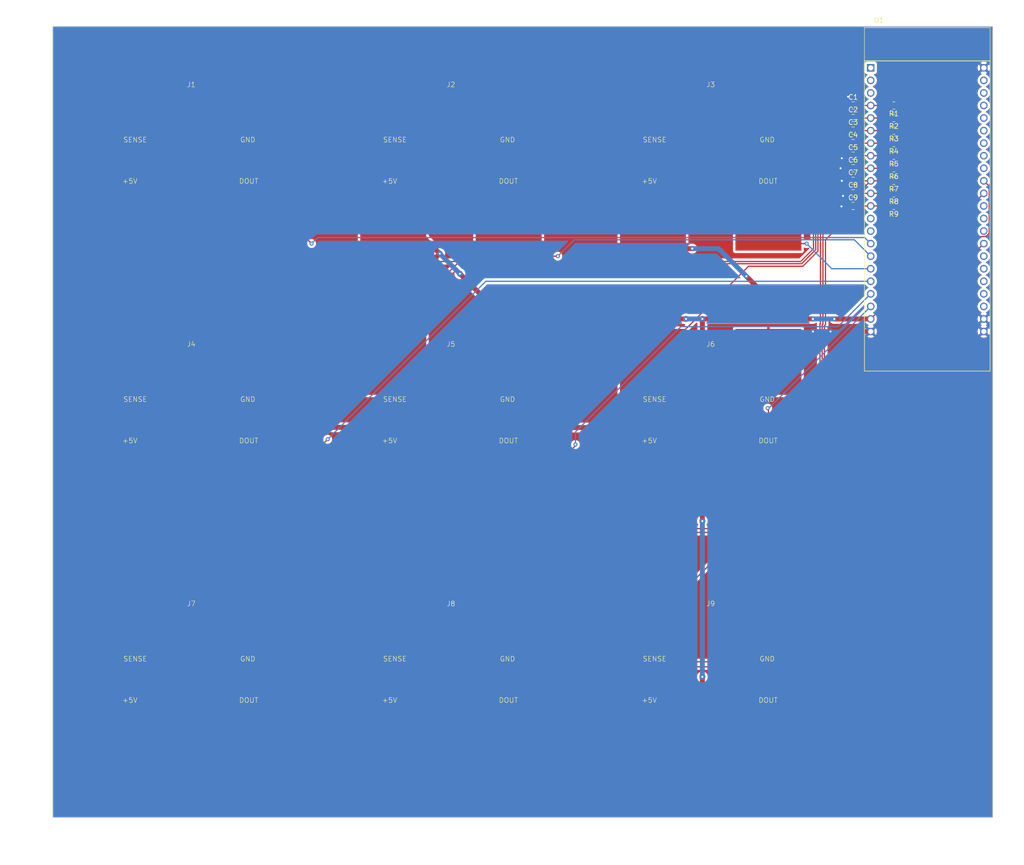
<source format=kicad_pcb>
(kicad_pcb (version 20221018) (generator pcbnew)
  (layers (0 "F.Cu" signal) (31 "B.Cu" signal) (34 "B.Paste" user) (35 "F.Paste" user) (36 "B.SilkS" user "B.Silkscreen") (37 "F.SilkS" user "F.Silkscreen") (38 "B.Mask" user) (39 "F.Mask" user) (44 "Edge.Cuts" user))
  (net 0 "")
  (net 1 "GND")
  (net 2 "SENSE1")
  (net 3 "DO1")
  (net 4 "+5V")
  (net 5 "SENSE2")
  (net 6 "DO2")
  (net 7 "SENSE3")
  (net 8 "DO3")
  (net 9 "SENSE4")
  (net 10 "DO4")
  (net 11 "SENSE5")
  (net 12 "DO5")
  (net 13 "SENSE6")
  (net 14 "DO6")
  (net 15 "SENSE7")
  (net 16 "DO7")
  (net 17 "SENSE8")
  (net 18 "DO8")
  (net 19 "SENSE9")
  (net 20 "DO9")
  (net 21 "+3V3")
  (footprint "Resistor_SMD:R_0805_2012Metric" (layer "F.Cu") (at 284.0755 67.798 180)
    (fp_text reference "R3" (at 0 -1.65) (layer "F.SilkS"))
    (fp_text value "10k")
    (fp_line (start -0.227064 -0.735) (end 0.227064 -0.735) (stroke (width 0.12)) (layer "F.SilkS"))
    (fp_line (start -0.227064 0.735) (end 0.227064 0.735) (stroke (width 0.12)) (layer "F.SilkS"))
    (pad "1" smd roundrect (at -0.9125 0 180) (size 1.025 1.4) (layers "F.Cu" "F.Paste" "F.Mask") (roundrect_rratio 0.243902) (net 4 "+5V"))
    (pad "2" smd roundrect (at 0.9125 0 180) (size 1.025 1.4) (layers "F.Cu" "F.Paste" "F.Mask") (roundrect_rratio 0.243902) (net 7 "SENSE3"))
  )
  (footprint "Resistor_SMD:R_0805_2012Metric" (layer "F.Cu") (at 284.0755 77.958 180)
    (fp_text reference "R7" (at 0 -1.65) (layer "F.SilkS"))
    (fp_text value "10k")
    (fp_line (start -0.227064 -0.735) (end 0.227064 -0.735) (stroke (width 0.12)) (layer "F.SilkS"))
    (fp_line (start -0.227064 0.735) (end 0.227064 0.735) (stroke (width 0.12)) (layer "F.SilkS"))
    (pad "1" smd roundrect (at -0.9125 0 180) (size 1.025 1.4) (layers "F.Cu" "F.Paste" "F.Mask") (roundrect_rratio 0.243902) (net 4 "+5V"))
    (pad "2" smd roundrect (at 0.9125 0 180) (size 1.025 1.4) (layers "F.Cu" "F.Paste" "F.Mask") (roundrect_rratio 0.243902) (net 15 "SENSE7"))
  )
  (footprint "Capacitor_SMD:C_0805_2012Metric" (layer "F.Cu") (at 275.844 70.336)
    (fp_text reference "C4" (at 0 -1.68) (layer "F.SilkS"))
    (fp_text value "3.3uF")
    (fp_line (start -0.261252 -0.735) (end 0.261252 -0.735) (stroke (width 0.12)) (layer "F.SilkS"))
    (fp_line (start -0.261252 0.735) (end 0.261252 0.735) (stroke (width 0.12)) (layer "F.SilkS"))
    (pad "1" smd roundrect (at -0.95 0) (size 1 1.45) (layers "F.Cu" "F.Paste" "F.Mask") (net 1 "GND"))
    (pad "2" smd roundrect (at 0.95 0) (size 1 1.45) (layers "F.Cu" "F.Paste" "F.Mask") (net 9 "SENSE4"))
  )
  (footprint "Quinn_lib:Top Block Connector" (layer "F.Cu") (at 142.046 73.736)
    (fp_text reference "J1" (at 0 -15.24 unlocked) (layer "F.SilkS") (effects (font (thickness 0.1))))
    (fp_text value "~")
    (fp_text user "DOUT" (at 9.620742 4.869823 unlocked) (layer "F.SilkS") (effects (font (thickness 0.1)) (justify left bottom)))
    (fp_text user "SENSE" (at -13.783392 -3.49636 unlocked) (layer "F.SilkS") (effects (font (thickness 0.1)) (justify left bottom)))
    (fp_text user "+5V" (at -13.995194 4.869823 unlocked) (layer "F.SilkS") (effects (font (thickness 0.1)) (justify left bottom)))
    (fp_text user "GND" (at 9.832544 -3.49636 unlocked) (layer "F.SilkS") (effects (font (thickness 0.1)) (justify left bottom)))
    (pad "1" smd rect (at 11.67 -11.67) (size 13.333 13.333) (layers "F.Cu" "F.Paste" "F.Mask") (net 1 "GND"))
    (pad "2" smd rect (at -11.67 -11.67) (size 13.333 13.333) (layers "F.Cu" "F.Paste" "F.Mask") (net 2 "SENSE1"))
    (pad "3" smd rect (at 11.67 11.67) (size 13.333 13.333) (layers "F.Cu" "F.Paste" "F.Mask") (net 3 "DO1"))
    (pad "4" smd rect (at -11.67 11.67) (size 13.333 13.333) (layers "F.Cu" "F.Paste" "F.Mask") (net 4 "+5V"))
  )
  (footprint "ESP32-S3-DEVKITC-1-N8R2:XCVR_ESP32-S3-DEVKITC-1-N8R2" (layer "F.Cu") (at 290.83 85.07)
    (fp_text reference "U1" (at -9.775 -39.605) (layer "F.SilkS"))
    (fp_text value "ESP32-S3-DEVKITC-1-N8R2")
    (fp_line (start -12.7 -31.37) (end 12.7 -31.37) (stroke (width 0.127)) (layer "F.SilkS"))
    (fp_line (start -12.7 31.37) (end -12.7 -31.37) (stroke (width 0.127)) (layer "F.SilkS"))
    (fp_line (start 12.7 -31.37) (end 12.7 31.37) (stroke (width 0.127)) (layer "F.SilkS"))
    (fp_line (start 12.7 31.37) (end -12.7 31.37) (stroke (width 0.127)) (layer "F.SilkS"))
    (fp_rect (start -12.7 -31.37) (end 12.7 -38.1) (stroke (width 0.1)) (fill none) (layer "F.SilkS"))
    (pad "J1_1" thru_hole rect (at -11.43 -29.97) (size 1.53 1.53) (drill 1.02) (layers "*.Cu" "*.Mask") (net 21 "+3V3"))
    (pad "J1_2" thru_hole circle (at -11.43 -27.43) (size 1.53 1.53) (drill 1.02) (layers "*.Cu" "*.Mask") (net 21 "+3V3"))
    (pad "J1_3" thru_hole circle (at -11.43 -24.89) (size 1.53 1.53) (drill 1.02) (layers "*.Cu" "*.Mask"))
    (pad "J1_4" thru_hole circle (at -11.43 -22.35) (size 1.53 1.53) (drill 1.02) (layers "*.Cu" "*.Mask") (net 2 "SENSE1"))
    (pad "J1_5" thru_hole circle (at -11.43 -19.81) (size 1.53 1.53) (drill 1.02) (layers "*.Cu" "*.Mask") (net 5 "SENSE2"))
    (pad "J1_6" thru_hole circle (at -11.43 -17.27) (size 1.53 1.53) (drill 1.02) (layers "*.Cu" "*.Mask") (net 7 "SENSE3"))
    (pad "J1_7" thru_hole circle (at -11.43 -14.73) (size 1.53 1.53) (drill 1.02) (layers "*.Cu" "*.Mask") (net 9 "SENSE4"))
    (pad "J1_8" thru_hole circle (at -11.43 -12.19) (size 1.53 1.53) (drill 1.02) (layers "*.Cu" "*.Mask") (net 11 "SENSE5"))
    (pad "J1_9" thru_hole circle (at -11.43 -9.65) (size 1.53 1.53) (drill 1.02) (layers "*.Cu" "*.Mask") (net 13 "SENSE6"))
    (pad "J1_10" thru_hole circle (at -11.43 -7.11) (size 1.53 1.53) (drill 1.02) (layers "*.Cu" "*.Mask") (net 15 "SENSE7"))
    (pad "J1_11" thru_hole circle (at -11.43 -4.57) (size 1.53 1.53) (drill 1.02) (layers "*.Cu" "*.Mask") (net 17 "SENSE8"))
    (pad "J1_12" thru_hole circle (at -11.43 -2.03) (size 1.53 1.53) (drill 1.02) (layers "*.Cu" "*.Mask") (net 19 "SENSE9"))
    (pad "J1_13" thru_hole circle (at -11.43 0.51) (size 1.53 1.53) (drill 1.02) (layers "*.Cu" "*.Mask"))
    (pad "J1_14" thru_hole circle (at -11.43 3.05) (size 1.53 1.53) (drill 1.02) (layers "*.Cu" "*.Mask"))
    (pad "J1_15" thru_hole circle (at -11.43 5.59) (size 1.53 1.53) (drill 1.02) (layers "*.Cu" "*.Mask") (net 3 "DO1"))
    (pad "J1_16" thru_hole circle (at -11.43 8.13) (size 1.53 1.53) (drill 1.02) (layers "*.Cu" "*.Mask") (net 6 "DO2"))
    (pad "J1_17" thru_hole circle (at -11.43 10.67) (size 1.53 1.53) (drill 1.02) (layers "*.Cu" "*.Mask") (net 8 "DO3"))
    (pad "J1_18" thru_hole circle (at -11.43 13.21) (size 1.53 1.53) (drill 1.02) (layers "*.Cu" "*.Mask") (net 10 "DO4"))
    (pad "J1_19" thru_hole circle (at -11.43 15.75) (size 1.53 1.53) (drill 1.02) (layers "*.Cu" "*.Mask") (net 12 "DO5"))
    (pad "J1_20" thru_hole circle (at -11.43 18.29) (size 1.53 1.53) (drill 1.02) (layers "*.Cu" "*.Mask") (net 14 "DO6"))
    (pad "J1_21" thru_hole circle (at -11.43 20.83) (size 1.53 1.53) (drill 1.02) (layers "*.Cu" "*.Mask") (net 4 "+5V"))
    (pad "J1_22" thru_hole circle (at -11.43 23.37) (size 1.53 1.53) (drill 1.02) (layers "*.Cu" "*.Mask") (net 1 "GND"))
    (pad "J3_1" thru_hole circle (at 11.43 -29.97) (size 1.53 1.53) (drill 1.02) (layers "*.Cu" "*.Mask") (net 1 "GND"))
    (pad "J3_2" thru_hole circle (at 11.43 -27.43) (size 1.53 1.53) (drill 1.02) (layers "*.Cu" "*.Mask"))
    (pad "J3_3" thru_hole circle (at 11.43 -24.89) (size 1.53 1.53) (drill 1.02) (layers "*.Cu" "*.Mask"))
    (pad "J3_4" thru_hole circle (at 11.43 -22.35) (size 1.53 1.53) (drill 1.02) (layers "*.Cu" "*.Mask"))
    (pad "J3_5" thru_hole circle (at 11.43 -19.81) (size 1.53 1.53) (drill 1.02) (layers "*.Cu" "*.Mask"))
    (pad "J3_6" thru_hole circle (at 11.43 -17.27) (size 1.53 1.53) (drill 1.02) (layers "*.Cu" "*.Mask"))
    (pad "J3_7" thru_hole circle (at 11.43 -14.73) (size 1.53 1.53) (drill 1.02) (layers "*.Cu" "*.Mask"))
    (pad "J3_8" thru_hole circle (at 11.43 -12.19) (size 1.53 1.53) (drill 1.02) (layers "*.Cu" "*.Mask"))
    (pad "J3_9" thru_hole circle (at 11.43 -9.65) (size 1.53 1.53) (drill 1.02) (layers "*.Cu" "*.Mask"))
    (pad "J3_10" thru_hole circle (at 11.43 -7.11) (size 1.53 1.53) (drill 1.02) (layers "*.Cu" "*.Mask") (net 18 "DO8"))
    (pad "J3_11" thru_hole circle (at 11.43 -4.57) (size 1.53 1.53) (drill 1.02) (layers "*.Cu" "*.Mask") (net 16 "DO7"))
    (pad "J3_12" thru_hole circle (at 11.43 -2.03) (size 1.53 1.53) (drill 1.02) (layers "*.Cu" "*.Mask"))
    (pad "J3_13" thru_hole circle (at 11.43 0.51) (size 1.53 1.53) (drill 1.02) (layers "*.Cu" "*.Mask"))
    (pad "J3_14" thru_hole circle (at 11.43 3.05) (size 1.53 1.53) (drill 1.02) (layers "*.Cu" "*.Mask"))
    (pad "J3_15" thru_hole circle (at 11.43 5.59) (size 1.53 1.53) (drill 1.02) (layers "*.Cu" "*.Mask") (net 20 "DO9"))
    (pad "J3_16" thru_hole circle (at 11.43 8.13) (size 1.53 1.53) (drill 1.02) (layers "*.Cu" "*.Mask"))
    (pad "J3_17" thru_hole circle (at 11.43 10.67) (size 1.53 1.53) (drill 1.02) (layers "*.Cu" "*.Mask"))
    (pad "J3_18" thru_hole circle (at 11.43 13.21) (size 1.53 1.53) (drill 1.02) (layers "*.Cu" "*.Mask"))
    (pad "J3_19" thru_hole circle (at 11.43 15.75) (size 1.53 1.53) (drill 1.02) (layers "*.Cu" "*.Mask"))
    (pad "J3_20" thru_hole circle (at 11.43 18.29) (size 1.53 1.53) (drill 1.02) (layers "*.Cu" "*.Mask"))
    (pad "J3_21" thru_hole circle (at 11.43 20.83) (size 1.53 1.53) (drill 1.02) (layers "*.Cu" "*.Mask") (net 1 "GND"))
    (pad "J3_22" thru_hole circle (at 11.43 23.37) (size 1.53 1.53) (drill 1.02) (layers "*.Cu" "*.Mask") (net 1 "GND"))
  )
  (footprint "Resistor_SMD:R_0805_2012Metric" (layer "F.Cu") (at 284.0755 65.258 180)
    (fp_text reference "R2" (at 0 -1.65) (layer "F.SilkS"))
    (fp_text value "10k")
    (fp_line (start -0.227064 -0.735) (end 0.227064 -0.735) (stroke (width 0.12)) (layer "F.SilkS"))
    (fp_line (start -0.227064 0.735) (end 0.227064 0.735) (stroke (width 0.12)) (layer "F.SilkS"))
    (pad "1" smd roundrect (at -0.9125 0 180) (size 1.025 1.4) (layers "F.Cu" "F.Paste" "F.Mask") (roundrect_rratio 0.243902) (net 4 "+5V"))
    (pad "2" smd roundrect (at 0.9125 0 180) (size 1.025 1.4) (layers "F.Cu" "F.Paste" "F.Mask") (roundrect_rratio 0.243902) (net 5 "SENSE2"))
  )
  (footprint "Quinn_lib:Top Block Connector" (layer "F.Cu") (at 247.046 73.736)
    (fp_text reference "J3" (at 0 -15.24 unlocked) (layer "F.SilkS") (effects (font (thickness 0.1))))
    (fp_text value "~")
    (fp_text user "+5V" (at -13.995194 4.869823 unlocked) (layer "F.SilkS") (effects (font (thickness 0.1)) (justify left bottom)))
    (fp_text user "SENSE" (at -13.783392 -3.49636 unlocked) (layer "F.SilkS") (effects (font (thickness 0.1)) (justify left bottom)))
    (fp_text user "GND" (at 9.832544 -3.49636 unlocked) (layer "F.SilkS") (effects (font (thickness 0.1)) (justify left bottom)))
    (fp_text user "DOUT" (at 9.620742 4.869823 unlocked) (layer "F.SilkS") (effects (font (thickness 0.1)) (justify left bottom)))
    (pad "1" smd rect (at 11.67 -11.67) (size 13.333 13.333) (layers "F.Cu" "F.Paste" "F.Mask") (net 1 "GND"))
    (pad "2" smd rect (at -11.67 -11.67) (size 13.333 13.333) (layers "F.Cu" "F.Paste" "F.Mask") (net 7 "SENSE3"))
    (pad "3" smd rect (at 11.67 11.67) (size 13.333 13.333) (layers "F.Cu" "F.Paste" "F.Mask") (net 8 "DO3"))
    (pad "4" smd rect (at -11.67 11.67) (size 13.333 13.333) (layers "F.Cu" "F.Paste" "F.Mask") (net 4 "+5V"))
  )
  (footprint "Resistor_SMD:R_0805_2012Metric" (layer "F.Cu") (at 284.0755 80.498 180)
    (fp_text reference "R8" (at 0 -1.65) (layer "F.SilkS"))
    (fp_text value "10k")
    (fp_line (start -0.227064 -0.735) (end 0.227064 -0.735) (stroke (width 0.12)) (layer "F.SilkS"))
    (fp_line (start -0.227064 0.735) (end 0.227064 0.735) (stroke (width 0.12)) (layer "F.SilkS"))
    (pad "1" smd roundrect (at -0.9125 0 180) (size 1.025 1.4) (layers "F.Cu" "F.Paste" "F.Mask") (roundrect_rratio 0.243902) (net 4 "+5V"))
    (pad "2" smd roundrect (at 0.9125 0 180) (size 1.025 1.4) (layers "F.Cu" "F.Paste" "F.Mask") (roundrect_rratio 0.243902) (net 17 "SENSE8"))
  )
  (footprint "Resistor_SMD:R_0805_2012Metric" (layer "F.Cu") (at 284.0755 70.338 180)
    (fp_text reference "R4" (at 0 -1.65) (layer "F.SilkS"))
    (fp_text value "10k")
    (fp_line (start -0.227064 -0.735) (end 0.227064 -0.735) (stroke (width 0.12)) (layer "F.SilkS"))
    (fp_line (start -0.227064 0.735) (end 0.227064 0.735) (stroke (width 0.12)) (layer "F.SilkS"))
    (pad "1" smd roundrect (at -0.9125 0 180) (size 1.025 1.4) (layers "F.Cu" "F.Paste" "F.Mask") (roundrect_rratio 0.243902) (net 4 "+5V"))
    (pad "2" smd roundrect (at 0.9125 0 180) (size 1.025 1.4) (layers "F.Cu" "F.Paste" "F.Mask") (roundrect_rratio 0.243902) (net 9 "SENSE4"))
  )
  (footprint "Capacitor_SMD:C_0805_2012Metric" (layer "F.Cu") (at 275.844 83.036)
    (fp_text reference "C9" (at 0 -1.68) (layer "F.SilkS"))
    (fp_text value "3.3uF")
    (fp_line (start -0.261252 -0.735) (end 0.261252 -0.735) (stroke (width 0.12)) (layer "F.SilkS"))
    (fp_line (start -0.261252 0.735) (end 0.261252 0.735) (stroke (width 0.12)) (layer "F.SilkS"))
    (pad "1" smd roundrect (at -0.95 0) (size 1 1.45) (layers "F.Cu" "F.Paste" "F.Mask") (net 1 "GND"))
    (pad "2" smd roundrect (at 0.95 0) (size 1 1.45) (layers "F.Cu" "F.Paste" "F.Mask") (net 19 "SENSE9"))
  )
  (footprint "Quinn_lib:Top Block Connector" (layer "F.Cu") (at 194.546 178.736)
    (fp_text reference "J8" (at 0 -15.24 unlocked) (layer "F.SilkS") (effects (font (thickness 0.1))))
    (fp_text value "~")
    (fp_text user "+5V" (at -13.995194 4.869823 unlocked) (layer "F.SilkS") (effects (font (thickness 0.1)) (justify left bottom)))
    (fp_text user "DOUT" (at 9.620742 4.869823 unlocked) (layer "F.SilkS") (effects (font (thickness 0.1)) (justify left bottom)))
    (fp_text user "GND" (at 9.832544 -3.49636 unlocked) (layer "F.SilkS") (effects (font (thickness 0.1)) (justify left bottom)))
    (fp_text user "SENSE" (at -13.783392 -3.49636 unlocked) (layer "F.SilkS") (effects (font (thickness 0.1)) (justify left bottom)))
    (pad "1" smd rect (at 11.67 -11.67) (size 13.333 13.333) (layers "F.Cu" "F.Paste" "F.Mask") (net 1 "GND"))
    (pad "2" smd rect (at -11.67 -11.67) (size 13.333 13.333) (layers "F.Cu" "F.Paste" "F.Mask") (net 17 "SENSE8"))
    (pad "3" smd rect (at 11.67 11.67) (size 13.333 13.333) (layers "F.Cu" "F.Paste" "F.Mask") (net 18 "DO8"))
    (pad "4" smd rect (at -11.67 11.67) (size 13.333 13.333) (layers "F.Cu" "F.Paste" "F.Mask") (net 4 "+5V"))
  )
  (footprint "Resistor_SMD:R_0805_2012Metric" (layer "F.Cu") (at 284.0755 72.878 180)
    (fp_text reference "R5" (at 0 -1.65) (layer "F.SilkS"))
    (fp_text value "10k")
    (fp_line (start -0.227064 -0.735) (end 0.227064 -0.735) (stroke (width 0.12)) (layer "F.SilkS"))
    (fp_line (start -0.227064 0.735) (end 0.227064 0.735) (stroke (width 0.12)) (layer "F.SilkS"))
    (pad "1" smd roundrect (at -0.9125 0 180) (size 1.025 1.4) (layers "F.Cu" "F.Paste" "F.Mask") (roundrect_rratio 0.243902) (net 4 "+5V"))
    (pad "2" smd roundrect (at 0.9125 0 180) (size 1.025 1.4) (layers "F.Cu" "F.Paste" "F.Mask") (roundrect_rratio 0.243902) (net 11 "SENSE5"))
  )
  (footprint "Quinn_lib:Top Block Connector" (layer "F.Cu") (at 247.046 178.736)
    (fp_text reference "J9" (at 0 -15.24 unlocked) (layer "F.SilkS") (effects (font (thickness 0.1))))
    (fp_text value "~")
    (fp_text user "+5V" (at -13.995194 4.869823 unlocked) (layer "F.SilkS") (effects (font (thickness 0.1)) (justify left bottom)))
    (fp_text user "GND" (at 9.832544 -3.49636 unlocked) (layer "F.SilkS") (effects (font (thickness 0.1)) (justify left bottom)))
    (fp_text user "DOUT" (at 9.620742 4.869823 unlocked) (layer "F.SilkS") (effects (font (thickness 0.1)) (justify left bottom)))
    (fp_text user "SENSE" (at -13.783392 -3.49636 unlocked) (layer "F.SilkS") (effects (font (thickness 0.1)) (justify left bottom)))
    (pad "1" smd rect (at 11.67 -11.67) (size 13.333 13.333) (layers "F.Cu" "F.Paste" "F.Mask") (net 1 "GND"))
    (pad "2" smd rect (at -11.67 -11.67) (size 13.333 13.333) (layers "F.Cu" "F.Paste" "F.Mask") (net 19 "SENSE9"))
    (pad "3" smd rect (at 11.67 11.67) (size 13.333 13.333) (layers "F.Cu" "F.Paste" "F.Mask") (net 20 "DO9"))
    (pad "4" smd rect (at -11.67 11.67) (size 13.333 13.333) (layers "F.Cu" "F.Paste" "F.Mask") (net 4 "+5V"))
  )
  (footprint "Capacitor_SMD:C_0805_2012Metric" (layer "F.Cu") (at 275.844 62.718)
    (fp_text reference "C1" (at 0 -1.68) (layer "F.SilkS"))
    (fp_text value "3.3uF")
    (fp_line (start -0.261252 -0.735) (end 0.261252 -0.735) (stroke (width 0.12)) (layer "F.SilkS"))
    (fp_line (start -0.261252 0.735) (end 0.261252 0.735) (stroke (width 0.12)) (layer "F.SilkS"))
    (pad "1" smd roundrect (at -0.95 0) (size 1 1.45) (layers "F.Cu" "F.Paste" "F.Mask") (net 1 "GND"))
    (pad "2" smd roundrect (at 0.95 0) (size 1 1.45) (layers "F.Cu" "F.Paste" "F.Mask") (net 2 "SENSE1"))
  )
  (footprint "Resistor_SMD:R_0805_2012Metric" (layer "F.Cu") (at 284.0755 62.718 180)
    (fp_text reference "R1" (at 0 -1.65) (layer "F.SilkS"))
    (fp_text value "10k")
    (fp_line (start -0.227064 -0.735) (end 0.227064 -0.735) (stroke (width 0.12)) (layer "F.SilkS"))
    (fp_line (start -0.227064 0.735) (end 0.227064 0.735) (stroke (width 0.12)) (layer "F.SilkS"))
    (pad "1" smd roundrect (at -0.9125 0 180) (size 1.025 1.4) (layers "F.Cu" "F.Paste" "F.Mask") (roundrect_rratio 0.243902) (net 4 "+5V"))
    (pad "2" smd roundrect (at 0.9125 0 180) (size 1.025 1.4) (layers "F.Cu" "F.Paste" "F.Mask") (roundrect_rratio 0.243902) (net 2 "SENSE1"))
  )
  (footprint "Capacitor_SMD:C_0805_2012Metric" (layer "F.Cu") (at 275.844 72.876)
    (fp_text reference "C5" (at 0 -1.68) (layer "F.SilkS"))
    (fp_text value "3.3uF")
    (fp_line (start -0.261252 -0.735) (end 0.261252 -0.735) (stroke (width 0.12)) (layer "F.SilkS"))
    (fp_line (start -0.261252 0.735) (end 0.261252 0.735) (stroke (width 0.12)) (layer "F.SilkS"))
    (pad "1" smd roundrect (at -0.95 0) (size 1 1.45) (layers "F.Cu" "F.Paste" "F.Mask") (net 1 "GND"))
    (pad "2" smd roundrect (at 0.95 0) (size 1 1.45) (layers "F.Cu" "F.Paste" "F.Mask") (net 11 "SENSE5"))
  )
  (footprint "Quinn_lib:Top Block Connector" (layer "F.Cu") (at 247.046 126.236)
    (fp_text reference "J6" (at 0 -15.24 unlocked) (layer "F.SilkS") (effects (font (thickness 0.1))))
    (fp_text value "~")
    (fp_text user "DOUT" (at 9.620742 4.869823 unlocked) (layer "F.SilkS") (effects (font (thickness 0.1)) (justify left bottom)))
    (fp_text user "GND" (at 9.832544 -3.49636 unlocked) (layer "F.SilkS") (effects (font (thickness 0.1)) (justify left bottom)))
    (fp_text user "+5V" (at -13.995194 4.869823 unlocked) (layer "F.SilkS") (effects (font (thickness 0.1)) (justify left bottom)))
    (fp_text user "SENSE" (at -13.783392 -3.49636 unlocked) (layer "F.SilkS") (effects (font (thickness 0.1)) (justify left bottom)))
    (pad "1" smd rect (at 11.67 -11.67) (size 13.333 13.333) (layers "F.Cu" "F.Paste" "F.Mask") (net 1 "GND"))
    (pad "2" smd rect (at -11.67 -11.67) (size 13.333 13.333) (layers "F.Cu" "F.Paste" "F.Mask") (net 13 "SENSE6"))
    (pad "3" smd rect (at 11.67 11.67) (size 13.333 13.333) (layers "F.Cu" "F.Paste" "F.Mask") (net 14 "DO6"))
    (pad "4" smd rect (at -11.67 11.67) (size 13.333 13.333) (layers "F.Cu" "F.Paste" "F.Mask") (net 4 "+5V"))
  )
  (footprint "Quinn_lib:Top Block Connector" (layer "F.Cu") (at 142.046 178.736)
    (fp_text reference "J7" (at 0 -15.24 unlocked) (layer "F.SilkS") (effects (font (thickness 0.1))))
    (fp_text value "~")
    (fp_text user "+5V" (at -13.995194 4.869823 unlocked) (layer "F.SilkS") (effects (font (thickness 0.1)) (justify left bottom)))
    (fp_text user "DOUT" (at 9.620742 4.869823 unlocked) (layer "F.SilkS") (effects (font (thickness 0.1)) (justify left bottom)))
    (fp_text user "SENSE" (at -13.783392 -3.49636 unlocked) (layer "F.SilkS") (effects (font (thickness 0.1)) (justify left bottom)))
    (fp_text user "GND" (at 9.832544 -3.49636 unlocked) (layer "F.SilkS") (effects (font (thickness 0.1)) (justify left bottom)))
    (pad "1" smd rect (at 11.67 -11.67) (size 13.333 13.333) (layers "F.Cu" "F.Paste" "F.Mask") (net 1 "GND"))
    (pad "2" smd rect (at -11.67 -11.67) (size 13.333 13.333) (layers "F.Cu" "F.Paste" "F.Mask") (net 15 "SENSE7"))
    (pad "3" smd rect (at 11.67 11.67) (size 13.333 13.333) (layers "F.Cu" "F.Paste" "F.Mask") (net 16 "DO7"))
    (pad "4" smd rect (at -11.67 11.67) (size 13.333 13.333) (layers "F.Cu" "F.Paste" "F.Mask") (net 4 "+5V"))
  )
  (footprint "Capacitor_SMD:C_0805_2012Metric" (layer "F.Cu") (at 275.844 77.956)
    (fp_text reference "C7" (at 0 -1.68) (layer "F.SilkS"))
    (fp_text value "3.3uF")
    (fp_line (start -0.261252 -0.735) (end 0.261252 -0.735) (stroke (width 0.12)) (layer "F.SilkS"))
    (fp_line (start -0.261252 0.735) (end 0.261252 0.735) (stroke (width 0.12)) (layer "F.SilkS"))
    (pad "1" smd roundrect (at -0.95 0) (size 1 1.45) (layers "F.Cu" "F.Paste" "F.Mask") (net 1 "GND"))
    (pad "2" smd roundrect (at 0.95 0) (size 1 1.45) (layers "F.Cu" "F.Paste" "F.Mask") (net 15 "SENSE7"))
  )
  (footprint "Quinn_lib:Top Block Connector" (layer "F.Cu") (at 142.046 126.236)
    (fp_text reference "J4" (at 0 -15.24 unlocked) (layer "F.SilkS") (effects (font (thickness 0.1))))
    (fp_text value "~")
    (fp_text user "+5V" (at -13.995194 4.869823 unlocked) (layer "F.SilkS") (effects (font (thickness 0.1)) (justify left bottom)))
    (fp_text user "DOUT" (at 9.620742 4.869823 unlocked) (layer "F.SilkS") (effects (font (thickness 0.1)) (justify left bottom)))
    (fp_text user "SENSE" (at -13.783392 -3.49636 unlocked) (layer "F.SilkS") (effects (font (thickness 0.1)) (justify left bottom)))
    (fp_text user "GND" (at 9.832544 -3.49636 unlocked) (layer "F.SilkS") (effects (font (thickness 0.1)) (justify left bottom)))
    (pad "1" smd rect (at 11.67 -11.67) (size 13.333 13.333) (layers "F.Cu" "F.Paste" "F.Mask") (net 1 "GND"))
    (pad "2" smd rect (at -11.67 -11.67) (size 13.333 13.333) (layers "F.Cu" "F.Paste" "F.Mask") (net 9 "SENSE4"))
    (pad "3" smd rect (at 11.67 11.67) (size 13.333 13.333) (layers "F.Cu" "F.Paste" "F.Mask") (net 10 "DO4"))
    (pad "4" smd rect (at -11.67 11.67) (size 13.333 13.333) (layers "F.Cu" "F.Paste" "F.Mask") (net 4 "+5V"))
  )
  (footprint "Resistor_SMD:R_0805_2012Metric" (layer "F.Cu") (at 284.0755 75.418 180)
    (fp_text reference "R6" (at 0 -1.65) (layer "F.SilkS"))
    (fp_text value "10k")
    (fp_line (start -0.227064 -0.735) (end 0.227064 -0.735) (stroke (width 0.12)) (layer "F.SilkS"))
    (fp_line (start -0.227064 0.735) (end 0.227064 0.735) (stroke (width 0.12)) (layer "F.SilkS"))
    (pad "1" smd roundrect (at -0.9125 0 180) (size 1.025 1.4) (layers "F.Cu" "F.Paste" "F.Mask") (roundrect_rratio 0.243902) (net 4 "+5V"))
    (pad "2" smd roundrect (at 0.9125 0 180) (size 1.025 1.4) (layers "F.Cu" "F.Paste" "F.Mask") (roundrect_rratio 0.243902) (net 13 "SENSE6"))
  )
  (footprint "Capacitor_SMD:C_0805_2012Metric" (layer "F.Cu") (at 275.844 75.416)
    (fp_text reference "C6" (at 0 -1.68) (layer "F.SilkS"))
    (fp_text value "3.3uF")
    (fp_line (start -0.261252 -0.735) (end 0.261252 -0.735) (stroke (width 0.12)) (layer "F.SilkS"))
    (fp_line (start -0.261252 0.735) (end 0.261252 0.735) (stroke (width 0.12)) (layer "F.SilkS"))
    (pad "1" smd roundrect (at -0.95 0) (size 1 1.45) (layers "F.Cu" "F.Paste" "F.Mask") (net 1 "GND"))
    (pad "2" smd roundrect (at 0.95 0) (size 1 1.45) (layers "F.Cu" "F.Paste" "F.Mask") (net 13 "SENSE6"))
  )
  (footprint "Capacitor_SMD:C_0805_2012Metric" (layer "F.Cu") (at 275.844 67.798)
    (fp_text reference "C3" (at 0 -1.68) (layer "F.SilkS"))
    (fp_text value "3.3uF")
    (fp_line (start -0.261252 -0.735) (end 0.261252 -0.735) (stroke (width 0.12)) (layer "F.SilkS"))
    (fp_line (start -0.261252 0.735) (end 0.261252 0.735) (stroke (width 0.12)) (layer "F.SilkS"))
    (pad "1" smd roundrect (at -0.95 0) (size 1 1.45) (layers "F.Cu" "F.Paste" "F.Mask") (net 1 "GND"))
    (pad "2" smd roundrect (at 0.95 0) (size 1 1.45) (layers "F.Cu" "F.Paste" "F.Mask") (net 7 "SENSE3"))
  )
  (footprint "Quinn_lib:Top Block Connector" (layer "F.Cu") (at 194.546 73.736)
    (fp_text reference "J2" (at 0 -15.24 unlocked) (layer "F.SilkS") (effects (font (thickness 0.1))))
    (fp_text value "~")
    (fp_text user "GND" (at 9.832544 -3.49636 unlocked) (layer "F.SilkS") (effects (font (thickness 0.1)) (justify left bottom)))
    (fp_text user "+5V" (at -13.995194 4.869823 unlocked) (layer "F.SilkS") (effects (font (thickness 0.1)) (justify left bottom)))
    (fp_text user "SENSE" (at -13.783392 -3.49636 unlocked) (layer "F.SilkS") (effects (font (thickness 0.1)) (justify left bottom)))
    (fp_text user "DOUT" (at 9.620742 4.869823 unlocked) (layer "F.SilkS") (effects (font (thickness 0.1)) (justify left bottom)))
    (pad "1" smd rect (at 11.67 -11.67) (size 13.333 13.333) (layers "F.Cu" "F.Paste" "F.Mask") (net 1 "GND"))
    (pad "2" smd rect (at -11.67 -11.67) (size 13.333 13.333) (layers "F.Cu" "F.Paste" "F.Mask") (net 5 "SENSE2"))
    (pad "3" smd rect (at 11.67 11.67) (size 13.333 13.333) (layers "F.Cu" "F.Paste" "F.Mask") (net 6 "DO2"))
    (pad "4" smd rect (at -11.67 11.67) (size 13.333 13.333) (layers "F.Cu" "F.Paste" "F.Mask") (net 4 "+5V"))
  )
  (footprint "Resistor_SMD:R_0805_2012Metric" (layer "F.Cu") (at 284.0755 83.038 180)
    (fp_text reference "R9" (at 0 -1.65) (layer "F.SilkS"))
    (fp_text value "10k")
    (fp_line (start -0.227064 -0.735) (end 0.227064 -0.735) (stroke (width 0.12)) (layer "F.SilkS"))
    (fp_line (start -0.227064 0.735) (end 0.227064 0.735) (stroke (width 0.12)) (layer "F.SilkS"))
    (pad "1" smd roundrect (at -0.9125 0 180) (size 1.025 1.4) (layers "F.Cu" "F.Paste" "F.Mask") (roundrect_rratio 0.243902) (net 4 "+5V"))
    (pad "2" smd roundrect (at 0.9125 0 180) (size 1.025 1.4) (layers "F.Cu" "F.Paste" "F.Mask") (roundrect_rratio 0.243902) (net 19 "SENSE9"))
  )
  (footprint "Capacitor_SMD:C_0805_2012Metric" (layer "F.Cu") (at 275.844 80.496)
    (fp_text reference "C8" (at 0 -1.68) (layer "F.SilkS"))
    (fp_text value "3.3uF")
    (fp_line (start -0.261252 -0.735) (end 0.261252 -0.735) (stroke (width 0.12)) (layer "F.SilkS"))
    (fp_line (start -0.261252 0.735) (end 0.261252 0.735) (stroke (width 0.12)) (layer "F.SilkS"))
    (pad "1" smd roundrect (at -0.95 0) (size 1 1.45) (layers "F.Cu" "F.Paste" "F.Mask") (net 1 "GND"))
    (pad "2" smd roundrect (at 0.95 0) (size 1 1.45) (layers "F.Cu" "F.Paste" "F.Mask") (net 17 "SENSE8"))
  )
  (footprint "Capacitor_SMD:C_0805_2012Metric" (layer "F.Cu") (at 275.844 65.256)
    (fp_text reference "C2" (at 0 -1.68) (layer "F.SilkS"))
    (fp_text value "3.3uF")
    (fp_line (start -0.261252 -0.735) (end 0.261252 -0.735) (stroke (width 0.12)) (layer "F.SilkS"))
    (fp_line (start -0.261252 0.735) (end 0.261252 0.735) (stroke (width 0.12)) (layer "F.SilkS"))
    (pad "1" smd roundrect (at -0.95 0) (size 1 1.45) (layers "F.Cu" "F.Paste" "F.Mask") (net 1 "GND"))
    (pad "2" smd roundrect (at 0.95 0) (size 1 1.45) (layers "F.Cu" "F.Paste" "F.Mask") (net 5 "SENSE2"))
  )
  (footprint "Quinn_lib:Top Block Connector" (layer "F.Cu") (at 194.546 126.236)
    (fp_text reference "J5" (at 0 -15.24 unlocked) (layer "F.SilkS") (effects (font (thickness 0.1))))
    (fp_text value "~")
    (fp_text user "+5V" (at -13.995194 4.869823 unlocked) (layer "F.SilkS") (effects (font (thickness 0.1)) (justify left bottom)))
    (fp_text user "GND" (at 9.832544 -3.49636 unlocked) (layer "F.SilkS") (effects (font (thickness 0.1)) (justify left bottom)))
    (fp_text user "SENSE" (at -13.783392 -3.49636 unlocked) (layer "F.SilkS") (effects (font (thickness 0.1)) (justify left bottom)))
    (fp_text user "DOUT" (at 9.620742 4.869823 unlocked) (layer "F.SilkS") (effects (font (thickness 0.1)) (justify left bottom)))
    (pad "1" smd rect (at 11.67 -11.67) (size 13.333 13.333) (layers "F.Cu" "F.Paste" "F.Mask") (net 1 "GND"))
    (pad "2" smd rect (at -11.67 -11.67) (size 13.333 13.333) (layers "F.Cu" "F.Paste" "F.Mask") (net 11 "SENSE5"))
    (pad "3" smd rect (at 11.67 11.67) (size 13.333 13.333) (layers "F.Cu" "F.Paste" "F.Mask") (net 12 "DO5"))
    (pad "4" smd rect (at -11.67 11.67) (size 13.333 13.333) (layers "F.Cu" "F.Paste" "F.Mask") (net 4 "+5V"))
  )
  (gr_rect (start 114.046 46.736) (end 304.046 206.736) (stroke (width 0.1)) (fill none) (layer "Edge.Cuts"))
  (segment (start 274.322 80.496) (end 273.812 81.006) (width 1) (layer "F.Cu") (net 1))
  (segment (start 274.894 80.496) (end 274.322 80.496) (width 1) (layer "F.Cu") (net 1))
  (segment (start 271.274002 108.44) (end 271.272 108.437998) (width 1) (layer "F.Cu") (net 1))
  (segment (start 274.894 62.718) (end 274.894 65.256) (width 1) (layer "F.Cu") (net 1))
  (segment (start 273.558 73.386) (end 274.384 73.386) (width 1) (layer "F.Cu") (net 1))
  (segment (start 279.4 108.44) (end 271.274002 108.44) (width 1) (layer "F.Cu") (net 1))
  (segment (start 274.384 73.386) (end 274.894 72.876) (width 1) (layer "F.Cu") (net 1))
  (via (at 273.558 73.386) (size 0.8) (drill 0.4) (layers "F.Cu" "B.Cu") (net 1))
  (via (at 273.488651 83.132625) (size 0.8) (drill 0.4) (layers "F.Cu" "B.Cu") (net 1))
  (via (at 274.828 60.94) (size 0.8) (drill 0.4) (layers "F.Cu" "B.Cu") (net 1))
  (via (at 273.304 75.418) (size 0.8) (drill 0.4) (layers "F.Cu" "B.Cu") (net 1))
  (via (at 273.812 81.006) (size 0.8) (drill 0.4) (layers "F.Cu" "B.Cu") (net 1))
  (via (at 273.558 77.958) (size 0.8) (drill 0.4) (layers "F.Cu" "B.Cu") (net 1))
  (via (at 267.716 108.438) (size 1.2) (drill 0.4) (layers "F.Cu" "B.Cu") (net 1))
  (via (at 271.272 108.437998) (size 1.2) (drill 0.4) (layers "F.Cu" "B.Cu") (net 1))
  (segment (start 267.716002 108.437998) (end 267.716 108.438) (width 1) (layer "B.Cu") (net 1))
  (segment (start 271.272 108.437998) (end 267.716002 108.437998) (width 1) (layer "B.Cu") (net 1))
  (segment (start 283.161 62.72) (end 283.163 62.718) (width 0.25) (layer "F.Cu") (net 2))
  (segment (start 279.4 62.72) (end 283.161 62.72) (width 0.25) (layer "F.Cu") (net 2))
  (segment (start 139.733 62.066) (end 130.376 62.066) (width 0.25) (layer "F.Cu") (net 2))
  (segment (start 276.86 62.466) (end 276.86 60.18) (width 0.25) (layer "F.Cu") (net 2))
  (segment (start 268.73 52.05) (end 149.749 52.05) (width 0.25) (layer "F.Cu") (net 2))
  (segment (start 277.114 62.72) (end 276.86 62.466) (width 0.25) (layer "F.Cu") (net 2))
  (segment (start 149.749 52.05) (end 139.733 62.066) (width 0.25) (layer "F.Cu") (net 2))
  (segment (start 276.86 60.18) (end 268.73 52.05) (width 0.25) (layer "F.Cu") (net 2))
  (segment (start 279.4 62.72) (end 277.114 62.72) (width 0.25) (layer "F.Cu") (net 2))
  (segment (start 161.118 85.406) (end 153.716 85.406) (width 0.25) (layer "F.Cu") (net 3))
  (segment (start 166.37 90.658) (end 161.118 85.406) (width 0.25) (layer "F.Cu") (net 3))
  (via (at 166.37 90.658) (size 0.8) (drill 0.4) (layers "F.Cu" "B.Cu") (net 3))
  (segment (start 167.595 89.433) (end 166.37 90.658) (width 0.25) (layer "B.Cu") (net 3))
  (segment (start 279.4 90.66) (end 278.173 89.433) (width 0.25) (layer "B.Cu") (net 3))
  (segment (start 278.173 89.433) (end 167.595 89.433) (width 0.25) (layer "B.Cu") (net 3))
  (segment (start 245.364 127.918) (end 245.364 105.898) (width 1) (layer "F.Cu") (net 4))
  (segment (start 245.364015 178.288015) (end 245.364015 180.417985) (width 1) (layer "F.Cu") (net 4))
  (segment (start 245.364015 180.417985) (end 245.159 180.623) (width 1) (layer "F.Cu") (net 4))
  (segment (start 267.716 105.898) (end 262.89 105.898) (width 1) (layer "F.Cu") (net 4))
  (segment (start 235.376 190.406) (end 245.158999 180.623001) (width 1) (layer "F.Cu") (net 4))
  (segment (start 284.988 77.958) (end 284.988 75.418) (width 0.25) (layer "F.Cu") (net 4))
  (segment (start 192.278 92.69) (end 184.994 85.406) (width 1) (layer "F.Cu") (net 4))
  (segment (start 279.4 105.9) (end 272.036 105.9) (width 1) (layer "F.Cu") (net 4))
  (segment (start 138.578 198.608) (end 130.376 190.406) (width 1) (layer "F.Cu") (net 4))
  (segment (start 192.607347 127.817347) (end 140.464653 127.817347) (width 1) (layer "F.Cu") (net 4))
  (segment (start 245.364 127.918) (end 245.364 146.792) (width 1) (layer "F.Cu") (net 4))
  (segment (start 205.486 105.898) (end 196.342 96.754) (width 1) (layer "F.Cu") (net 4))
  (segment (start 192.786 127.996) (end 182.876 137.906) (width 1) (layer "F.Cu") (net 4))
  (segment (start 262.89 105.898) (end 254.254 97.262) (width 1) (layer "F.Cu") (net 4))
  (segment (start 192.786 127.996) (end 192.607347 127.817347) (width 1) (layer "F.Cu") (net 4))
  (segment (start 138.422 93.452) (end 130.376 85.406) (width 1) (layer "F.Cu") (net 4))
  (segment (start 227.428 198.354) (end 245.158999 180.623001) (width 1) (layer "F.Cu") (net 4))
  (segment (start 241.644 91.674) (end 235.376 85.406) (width 0.25) (layer "F.Cu") (net 4))
  (segment (start 262.89 105.898) (end 245.364 105.898) (width 1) (layer "F.Cu") (net 4))
  (segment (start 284.988 67.798) (end 284.988 70.338) (width 0.25) (layer "F.Cu") (net 4))
  (segment (start 245.152 127.862) (end 192.92 127.862) (width 1) (layer "F.Cu") (net 4))
  (segment (start 284.988 65.258) (end 284.988 67.798) (width 0.25) (layer "F.Cu") (net 4))
  (segment (start 284.988 72.878) (end 284.988 70.338) (width 0.25) (layer "F.Cu") (net 4))
  (segment (start 284.988 62.718) (end 284.988 65.258) (width 0.25) (layer "F.Cu") (net 4))
  (segment (start 235.376 137.906) (end 245.325 127.957) (width 1) (layer "F.Cu") (net 4))
  (segment (start 243.332 91.674) (end 241.644 91.674) (width 1) (layer "F.Cu") (net 4))
  (segment (start 245.325 127.957) (end 245.364 127.918) (width 0.25) (layer "F.Cu") (net 4))
  (segment (start 191.516 93.452) (end 138.422 93.452) (width 1) (layer "F.Cu") (net 4))
  (segment (start 284.988 80.498) (end 284.988 77.958) (width 0.25) (layer "F.Cu") (net 4))
  (segment (start 190.824 198.354) (end 227.428 198.354) (width 1) (layer "F.Cu") (net 4))
  (segment (start 245.159 180.623) (end 245.158999 180.623001) (width 0.25) (layer "F.Cu") (net 4))
  (segment (start 192.278 92.69) (end 191.516 93.452) (width 1) (layer "F.Cu") (net 4))
  (segment (start 245.325 127.957) (end 245.286 127.996) (width 0.25) (layer "F.Cu") (net 4))
  (segment (start 284.988 83.038) (end 284.988 80.498) (width 0.25) (layer "F.Cu") (net 4))
  (segment (start 245.286 127.996) (end 245.152 127.862) (width 1) (layer "F.Cu") (net 4))
  (segment (start 242.062 105.898) (end 205.486 105.898) (width 1) (layer "F.Cu") (net 4))
  (segment (start 174.674 198.608) (end 138.578 198.608) (width 1) (layer "F.Cu") (net 4))
  (segment (start 184.994 85.406) (end 182.876 85.406) (width 0.25) (layer "F.Cu") (net 4))
  (segment (start 284.988 100.312) (end 279.4 105.9) (width 0.25) (layer "F.Cu") (net 4))
  (segment (start 192.92 127.862) (end 192.786 127.996) (width 1) (layer "F.Cu") (net 4))
  (segment (start 272.036 105.9) (end 272.034 105.898) (width 0.25) (layer "F.Cu") (net 4))
  (segment (start 284.988 75.418) (end 284.988 72.878) (width 0.25) (layer "F.Cu") (net 4))
  (segment (start 284.988 83.038) (end 284.988 100.312) (width 0.25) (layer "F.Cu") (net 4))
  (segment (start 182.876 190.406) (end 174.674 198.608) (width 1) (layer "F.Cu") (net 4))
  (segment (start 182.876 190.406) (end 190.824 198.354) (width 1) (layer "F.Cu") (net 4))
  (segment (start 140.464653 127.817347) (end 130.376 137.906) (width 1) (layer "F.Cu") (net 4))
  (via (at 267.716 105.898) (size 0.8) (drill 0.4) (layers "F.Cu" "B.Cu") (net 4))
  (via (at 245.364 146.792) (size 1.2) (drill 0.4) (layers "F.Cu" "B.Cu") (net 4))
  (via (at 242.062 105.898) (size 1.2) (drill 0.4) (layers "F.Cu" "B.Cu") (net 4))
  (via (at 245.364015 178.288015) (size 1.2) (drill 0.4) (layers "F.Cu" "B.Cu") (net 4))
  (via (at 272.034 105.898) (size 0.8) (drill 0.4) (layers "F.Cu" "B.Cu") (net 4))
  (via (at 243.332 91.674) (size 0.8) (drill 0.4) (layers "F.Cu" "B.Cu") (net 4))
  (via (at 254.254 97.262) (size 0.8) (drill 0.4) (layers "F.Cu" "B.Cu") (net 4))
  (via (at 192.278 92.69) (size 1.2) (drill 0.4) (layers "F.Cu" "B.Cu") (net 4))
  (via (at 196.342 96.754) (size 1.2) (drill 0.4) (layers "F.Cu" "B.Cu") (net 4))
  (via (at 245.364 105.898) (size 1.2) (drill 0.4) (layers "F.Cu" "B.Cu") (net 4))
  (segment (start 196.342 96.754) (end 192.278 92.69) (width 1) (layer "B.Cu") (net 4))
  (segment (start 245.364 146.792) (end 245.364 178.288) (width 1) (layer "B.Cu") (net 4))
  (segment (start 245.364 105.898) (end 242.062 105.898) (width 1) (layer "B.Cu") (net 4))
  (segment (start 248.666 91.674) (end 243.332 91.674) (width 1) (layer "B.Cu") (net 4))
  (segment (start 245.364 178.288) (end 245.364015 178.288015) (width 0.25) (layer "B.Cu") (net 4))
  (segment (start 254.254 97.262) (end 248.666 91.674) (width 1) (layer "B.Cu") (net 4))
  (segment (start 272.034 105.898) (end 267.716 105.898) (width 1) (layer "B.Cu") (net 4))
  (segment (start 268.478 52.812) (end 275.969 60.303) (width 0.25) (layer "F.Cu") (net 5))
  (segment (start 192.13 52.812) (end 268.478 52.812) (width 0.25) (layer "F.Cu") (net 5))
  (segment (start 182.876 62.066) (end 192.13 52.812) (width 0.25) (layer "F.Cu") (net 5))
  (segment (start 277.116 65.26) (end 279.4 65.26) (width 0.25) (layer "F.Cu") (net 5))
  (segment (start 283.161 65.26) (end 283.163 65.258) (width 0.25) (layer "F.Cu") (net 5))
  (segment (start 279.4 65.26) (end 283.161 65.26) (width 0.25) (layer "F.Cu") (net 5))
  (segment (start 275.969 60.303) (end 275.969 64.113) (width 0.25) (layer "F.Cu") (net 5))
  (segment (start 275.969 64.113) (end 277.116 65.26) (width 0.25) (layer "F.Cu") (net 5))
  (segment (start 214.008 93.198) (end 206.216 85.406) (width 0.25) (layer "F.Cu") (net 6))
  (segment (start 216.154 93.198) (end 214.008 93.198) (width 0.25) (layer "F.Cu") (net 6))
  (via (at 216.154 93.198) (size 0.8) (drill 0.4) (layers "F.Cu" "B.Cu") (net 6))
  (segment (start 219.469 89.883) (end 216.154 93.198) (width 0.25) (layer "B.Cu") (net 6))
  (segment (start 279.4 93.2) (end 276.083 89.883) (width 0.25) (layer "B.Cu") (net 6))
  (segment (start 276.083 89.883) (end 219.469 89.883) (width 0.25) (layer "B.Cu") (net 6))
  (segment (start 283.161 67.8) (end 283.163 67.798) (width 0.25) (layer "F.Cu") (net 7))
  (segment (start 273.558 65.766) (end 274.098 66.306) (width 0.25) (layer "F.Cu") (net 7))
  (segment (start 274.098 66.306) (end 275.367 66.306) (width 0.25) (layer "F.Cu") (net 7))
  (segment (start 276.861 67.8) (end 279.4 67.8) (width 0.25) (layer "F.Cu") (net 7))
  (segment (start 273.558 58.908) (end 273.558 65.766) (width 0.25) (layer "F.Cu") (net 7))
  (segment (start 275.367 66.306) (end 276.861 67.8) (width 0.25) (layer "F.Cu") (net 7))
  (segment (start 279.4 67.8) (end 283.161 67.8) (width 0.25) (layer "F.Cu") (net 7))
  (segment (start 244.733 62.066) (end 253.225 53.574) (width 0.25) (layer "F.Cu") (net 7))
  (segment (start 235.376 62.066) (end 244.733 62.066) (width 0.25) (layer "F.Cu") (net 7))
  (segment (start 253.225 53.574) (end 268.224 53.574) (width 0.25) (layer "F.Cu") (net 7))
  (segment (start 268.224 53.574) (end 273.558 58.908) (width 0.25) (layer "F.Cu") (net 7))
  (segment (start 266.446 90.658) (end 263.968 90.658) (width 0.25) (layer "F.Cu") (net 8))
  (segment (start 263.968 90.658) (end 258.716 85.406) (width 0.25) (layer "F.Cu") (net 8))
  (via (at 266.446 90.658) (size 0.8) (drill 0.4) (layers "F.Cu" "B.Cu") (net 8))
  (segment (start 271.528 95.74) (end 266.446 90.658) (width 0.25) (layer "B.Cu") (net 8))
  (segment (start 279.4 95.74) (end 271.528 95.74) (width 0.25) (layer "B.Cu") (net 8))
  (segment (start 265.238604 94.277) (end 150.665 94.277) (width 0.25) (layer "F.Cu") (net 9))
  (segment (start 275.84 71.608) (end 274.13 71.608) (width 0.25) (layer "F.Cu") (net 9))
  (segment (start 283.161 70.34) (end 283.163 70.338) (width 0.25) (layer "F.Cu") (net 9))
  (segment (start 279.4 70.34) (end 277.116 70.34) (width 0.25) (layer "F.Cu") (net 9))
  (segment (start 150.665 94.277) (end 130.376 114.566) (width 0.25) (layer "F.Cu") (net 9))
  (segment (start 267.832 91.683604) (end 265.238604 94.277) (width 0.25) (layer "F.Cu") (net 9))
  (segment (start 279.4 70.34) (end 283.161 70.34) (width 0.25) (layer "F.Cu") (net 9))
  (segment (start 267.832 77.906) (end 267.832 91.683604) (width 0.25) (layer "F.Cu") (net 9))
  (segment (start 277.116 70.34) (end 277.112 70.336) (width 0.25) (layer "F.Cu") (net 9))
  (segment (start 274.13 71.608) (end 267.832 77.906) (width 0.25) (layer "F.Cu") (net 9))
  (segment (start 277.112 70.336) (end 275.84 71.608) (width 0.25) (layer "F.Cu") (net 9))
  (segment (start 153.716 137.906) (end 161.958692 137.906) (width 0.25) (layer "F.Cu") (net 10))
  (segment (start 161.958692 137.906) (end 169.627346 130.237346) (width 0.25) (layer "F.Cu") (net 10))
  (via (at 169.627346 130.237346) (size 0.8) (drill 0.4) (layers "F.Cu" "B.Cu") (net 10))
  (segment (start 279.4 98.28) (end 201.584692 98.28) (width 0.25) (layer "B.Cu") (net 10))
  (segment (start 201.584692 98.28) (end 169.627346 130.237346) (width 0.25) (layer "B.Cu") (net 10))
  (segment (start 268.282 79.041604) (end 268.282 91.87) (width 0.25) (layer "F.Cu") (net 11))
  (segment (start 277.112 72.876) (end 275.84 74.148) (width 0.25) (layer "F.Cu") (net 11))
  (segment (start 277.116 72.88) (end 277.112 72.876) (width 0.25) (layer "F.Cu") (net 11))
  (segment (start 275.84 74.148) (end 273.175604 74.148) (width 0.25) (layer "F.Cu") (net 11))
  (segment (start 279.4 72.88) (end 277.116 72.88) (width 0.25) (layer "F.Cu") (net 11))
  (segment (start 195.7985 94.727) (end 182.876 107.6495) (width 0.25) (layer "F.Cu") (net 11))
  (segment (start 268.282 91.87) (end 265.425 94.727) (width 0.25) (layer "F.Cu") (net 11))
  (segment (start 182.876 107.6495) (end 182.876 114.566) (width 0.25) (layer "F.Cu") (net 11))
  (segment (start 265.425 94.727) (end 195.7985 94.727) (width 0.25) (layer "F.Cu") (net 11))
  (segment (start 279.4 72.88) (end 283.161 72.88) (width 0.25) (layer "F.Cu") (net 11))
  (segment (start 273.175604 74.148) (end 268.282 79.041604) (width 0.25) (layer "F.Cu") (net 11))
  (segment (start 283.161 72.88) (end 283.163 72.878) (width 0.25) (layer "F.Cu") (net 11))
  (segment (start 219.71 131.552) (end 219.71 131.298) (width 0.25) (layer "F.Cu") (net 12))
  (segment (start 206.216 137.906) (end 213.356 137.906) (width 0.25) (layer "F.Cu") (net 12))
  (segment (start 213.356 137.906) (end 219.71 131.552) (width 0.25) (layer "F.Cu") (net 12))
  (via (at 219.71 131.298) (size 0.8) (drill 0.4) (layers "F.Cu" "B.Cu") (net 12))
  (segment (start 272.755 107.465) (end 241.003 107.465) (width 0.25) (layer "B.Cu") (net 12))
  (segment (start 279.4 100.82) (end 272.755 107.465) (width 0.25) (layer "B.Cu") (net 12))
  (segment (start 241.003 107.465) (end 219.71 128.758) (width 0.25) (layer "B.Cu") (net 12))
  (segment (start 219.71 128.758) (end 219.71 131.298) (width 0.25) (layer "B.Cu") (net 12))
  (segment (start 279.4 75.42) (end 283.161 75.42) (width 0.25) (layer "F.Cu") (net 13))
  (segment (start 271.272 76.688) (end 268.732 79.228) (width 0.25) (layer "F.Cu") (net 13))
  (segment (start 268.732 79.228) (end 268.732 92.182) (width 0.25) (layer "F.Cu") (net 13))
  (segment (start 275.84 76.688) (end 271.272 76.688) (width 0.25) (layer "F.Cu") (net 13))
  (segment (start 283.161 75.42) (end 283.163 75.418) (width 0.25) (layer "F.Cu") (net 13))
  (segment (start 279.4 75.42) (end 277.116 75.42) (width 0.25) (layer "F.Cu") (net 13))
  (segment (start 277.116 75.42) (end 277.112 75.416) (width 0.25) (layer "F.Cu") (net 13))
  (segment (start 268.732 92.182) (end 265.684 95.23) (width 0.25) (layer "F.Cu") (net 13))
  (segment (start 277.112 75.416) (end 275.84 76.688) (width 0.25) (layer "F.Cu") (net 13))
  (segment (start 254.712 95.23) (end 235.376 114.566) (width 0.25) (layer "F.Cu") (net 13))
  (segment (start 265.684 95.23) (end 254.712 95.23) (width 0.25) (layer "F.Cu") (net 13))
  (segment (start 258.572 123.932) (end 258.716 124.076) (width 0.25) (layer "F.Cu") (net 14))
  (segment (start 258.716 124.076) (end 258.716 137.906) (width 0.25) (layer "F.Cu") (net 14))
  (via (at 258.572 123.932) (size 0.8) (drill 0.4) (layers "F.Cu" "B.Cu") (net 14))
  (segment (start 279.4 103.36) (end 258.828 123.932) (width 0.25) (layer "B.Cu") (net 14))
  (segment (start 258.828 123.932) (end 258.572 123.932) (width 0.25) (layer "B.Cu") (net 14))
  (segment (start 274.493984 79.228) (end 269.24 84.481984) (width 0.25) (layer "F.Cu") (net 15))
  (segment (start 278.132 79.228) (end 274.493984 79.228) (width 0.25) (layer "F.Cu") (net 15))
  (segment (start 279.4 77.96) (end 283.161 77.96) (width 0.25) (layer "F.Cu") (net 15))
  (segment (start 279.4 77.96) (end 278.132 79.228) (width 0.25) (layer "F.Cu") (net 15))
  (segment (start 269.24 84.481984) (end 269.24 106.802349) (width 0.25) (layer "F.Cu") (net 15))
  (segment (start 264.668 148.316) (end 149.126 148.316) (width 0.25) (layer "F.Cu") (net 15))
  (segment (start 269.143 143.841) (end 264.668 148.316) (width 0.25) (layer "F.Cu") (net 15))
  (segment (start 276.794 77.956) (end 279.396 77.956) (width 0.25) (layer "F.Cu") (net 15))
  (segment (start 283.161 77.96) (end 283.163 77.958) (width 0.25) (layer "F.Cu") (net 15))
  (segment (start 269.143 106.899349) (end 269.143 143.841) (width 0.25) (layer "F.Cu") (net 15))
  (segment (start 149.126 148.316) (end 130.376 167.066) (width 0.25) (layer "F.Cu") (net 15))
  (segment (start 279.396 77.956) (end 279.4 77.96) (width 0.25) (layer "F.Cu") (net 15))
  (segment (start 269.24 106.802349) (end 269.143 106.899349) (width 0.25) (layer "F.Cu") (net 15))
  (segment (start 168.882 175.24) (end 153.716 190.406) (width 0.25) (layer "F.Cu") (net 16))
  (segment (start 264.414 175.24) (end 168.882 175.24) (width 0.25) (layer "F.Cu") (net 16))
  (segment (start 302.26 80.5) (end 285.554 97.206) (width 0.25) (layer "F.Cu") (net 16))
  (segment (start 285.554 154.1) (end 264.414 175.24) (width 0.25) (layer "F.Cu") (net 16))
  (segment (start 285.554 97.206) (end 285.554 154.1) (width 0.25) (layer "F.Cu") (net 16))
  (segment (start 269.593 107.085745) (end 269.593 144.153) (width 0.25) (layer "F.Cu") (net 17))
  (segment (start 275.84 81.768) (end 273.304 81.768) (width 0.25) (layer "F.Cu") (net 17))
  (segment (start 200.864 149.078) (end 182.876 167.066) (width 0.25) (layer "F.Cu") (net 17))
  (segment (start 264.668 149.078) (end 200.864 149.078) (width 0.25) (layer "F.Cu") (net 17))
  (segment (start 269.748 85.324) (end 269.748 106.930745) (width 0.25) (layer "F.Cu") (net 17))
  (segment (start 279.4 80.5) (end 283.161 80.5) (width 0.25) (layer "F.Cu") (net 17))
  (segment (start 279.4 80.5) (end 277.116 80.5) (width 0.25) (layer "F.Cu") (net 17))
  (segment (start 283.161 80.5) (end 283.163 80.498) (width 0.25) (layer "F.Cu") (net 17))
  (segment (start 269.748 106.930745) (end 269.593 107.085745) (width 0.25) (layer "F.Cu") (net 17))
  (segment (start 277.116 80.5) (end 277.112 80.496) (width 0.25) (layer "F.Cu") (net 17))
  (segment (start 269.593 144.153) (end 264.668 149.078) (width 0.25) (layer "F.Cu") (net 17))
  (segment (start 277.112 80.496) (end 275.84 81.768) (width 0.25) (layer "F.Cu") (net 17))
  (segment (start 273.304 81.768) (end 269.748 85.324) (width 0.25) (layer "F.Cu") (net 17))
  (segment (start 224.028 176.256) (end 223.774 176.002) (width 0.25) (layer "F.Cu") (net 18))
  (segment (start 209.37 190.406) (end 206.216 190.406) (width 0.25) (layer "F.Cu") (net 18))
  (segment (start 264.668 176.256) (end 224.028 176.256) (width 0.25) (layer "F.Cu") (net 18))
  (segment (start 303.35 88.571493) (end 302.711493 89.21) (width 0.25) (layer "F.Cu") (net 18))
  (segment (start 302.711493 89.21) (end 301.676 89.21) (width 0.25) (layer "F.Cu") (net 18))
  (segment (start 286.004 104.882) (end 286.004 154.92) (width 0.25) (layer "F.Cu") (net 18))
  (segment (start 301.676 89.21) (end 286.004 104.882) (width 0.25) (layer "F.Cu") (net 18))
  (segment (start 303.35 79.05) (end 303.35 88.571493) (width 0.25) (layer "F.Cu") (net 18))
  (segment (start 223.774 176.002) (end 209.37 190.406) (width 0.25) (layer "F.Cu") (net 18))
  (segment (start 302.26 77.96) (end 303.35 79.05) (width 0.25) (layer "F.Cu") (net 18))
  (segment (start 286.004 154.92) (end 264.668 176.256) (width 0.25) (layer "F.Cu") (net 18))
  (segment (start 252.856 149.586) (end 235.376 167.066) (width 0.25) (layer "F.Cu") (net 19))
  (segment (start 277.112 83.036) (end 270.256 89.892) (width 0.25) (layer "F.Cu") (net 19))
  (segment (start 270.043 107.272141) (end 270.043 144.339396) (width 0.25) (layer "F.Cu") (net 19))
  (segment (start 279.4 83.04) (end 283.161 83.04) (width 0.25) (layer "F.Cu") (net 19))
  (segment (start 277.116 83.04) (end 277.112 83.036) (width 0.25) (layer "F.Cu") (net 19))
  (segment (start 283.161 83.04) (end 283.163 83.038) (width 0.25) (layer "F.Cu") (net 19))
  (segment (start 279.4 83.04) (end 277.116 83.04) (width 0.25) (layer "F.Cu") (net 19))
  (segment (start 270.043 144.339396) (end 264.796396 149.586) (width 0.25) (layer "F.Cu") (net 19))
  (segment (start 264.796396 149.586) (end 252.856 149.586) (width 0.25) (layer "F.Cu") (net 19))
  (segment (start 270.256 107.059141) (end 270.043 107.272141) (width 0.25) (layer "F.Cu") (net 19))
  (segment (start 270.256 89.892) (end 270.256 107.059141) (width 0.25) (layer "F.Cu") (net 19))
  (segment (start 286.766 162.356) (end 258.716 190.406) (width 0.25) (layer "F.Cu") (net 20))
  (segment (start 286.766 106.154) (end 286.766 162.356) (width 0.25) (layer "F.Cu") (net 20))
  (segment (start 302.26 90.66) (end 286.766 106.154) (width 0.25) (layer "F.Cu") (net 20))
  (zone (net 1) (net_name "GND") (layers "F&B.Cu") (name "GND_FILL") (connect_pads (clearance 0.5)) (min_thickness 0.25) (fill yes (thermal_gap 0.5) (thermal_bridge_width 0.5))
    (polygon (pts (xy 109.22 41.382) (xy 310.388 41.382) (xy 310.388 208.006) (xy 302.006 216.388) (xy 103.378 216.388) (xy 103.378 47.224)))
  )
)
</source>
